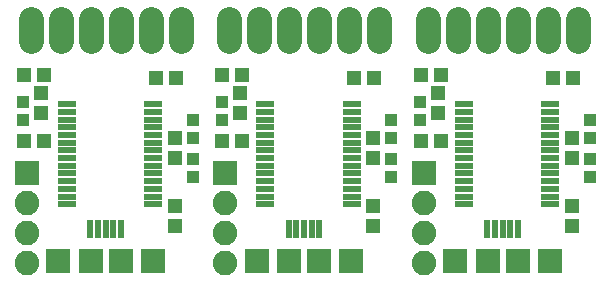
<source format=gts>
G75*
%MOIN*%
%OFA0B0*%
%FSLAX24Y24*%
%IPPOS*%
%LPD*%
%AMOC8*
5,1,8,0,0,1.08239X$1,22.5*
%
%ADD10C,0.0820*%
%ADD11R,0.0820X0.0820*%
%ADD12C,0.0820*%
%ADD13R,0.0513X0.0474*%
%ADD14R,0.0474X0.0513*%
%ADD15R,0.0395X0.0395*%
%ADD16R,0.0218X0.0631*%
%ADD17R,0.0789X0.0828*%
%ADD18R,0.0828X0.0828*%
%ADD19R,0.0630X0.0217*%
D10*
X000905Y008538D02*
X000905Y009278D01*
X001905Y009278D02*
X001905Y008538D01*
X002905Y008538D02*
X002905Y009278D01*
X003905Y009278D02*
X003905Y008538D01*
X004905Y008538D02*
X004905Y009278D01*
X005905Y009278D02*
X005905Y008538D01*
X007520Y008538D02*
X007520Y009278D01*
X008520Y009278D02*
X008520Y008538D01*
X009520Y008538D02*
X009520Y009278D01*
X010520Y009278D02*
X010520Y008538D01*
X011520Y008538D02*
X011520Y009278D01*
X012520Y009278D02*
X012520Y008538D01*
X014134Y008538D02*
X014134Y009278D01*
X015134Y009278D02*
X015134Y008538D01*
X016134Y008538D02*
X016134Y009278D01*
X017134Y009278D02*
X017134Y008538D01*
X018134Y008538D02*
X018134Y009278D01*
X019134Y009278D02*
X019134Y008538D01*
D11*
X014003Y004154D03*
X007389Y004154D03*
X000774Y004154D03*
D12*
X000774Y001154D03*
X000774Y002154D03*
X000774Y003154D03*
X007389Y003154D03*
X007389Y002154D03*
X007389Y001154D03*
X014003Y001154D03*
X014003Y002154D03*
X014003Y003154D03*
D13*
X013897Y005228D03*
X014566Y005228D03*
X012352Y007328D03*
X011683Y007328D03*
X013897Y007428D03*
X014566Y007428D03*
X018297Y007328D03*
X018966Y007328D03*
X007952Y007428D03*
X007283Y007428D03*
X005738Y007328D03*
X005069Y007328D03*
X007283Y005228D03*
X007952Y005228D03*
X001338Y005228D03*
X000669Y005228D03*
X000669Y007428D03*
X001338Y007428D03*
D14*
X001253Y006812D03*
X001253Y006143D03*
X005703Y005312D03*
X005703Y004643D03*
X005703Y003062D03*
X005703Y002393D03*
X012318Y002393D03*
X012318Y003062D03*
X012318Y004643D03*
X012318Y005312D03*
X014482Y006143D03*
X014482Y006812D03*
X018932Y005312D03*
X018932Y004643D03*
X018932Y003062D03*
X018932Y002393D03*
X007868Y006143D03*
X007868Y006812D03*
D15*
X007268Y006523D03*
X007268Y005932D03*
X006303Y005923D03*
X006303Y005332D03*
X006303Y004623D03*
X006303Y004032D03*
X000653Y005932D03*
X000653Y006523D03*
X012918Y005923D03*
X012918Y005332D03*
X013882Y005932D03*
X013882Y006523D03*
X012918Y004623D03*
X012918Y004032D03*
X019532Y004032D03*
X019532Y004623D03*
X019532Y005332D03*
X019532Y005923D03*
D16*
X017144Y002271D03*
X016888Y002271D03*
X016632Y002271D03*
X016376Y002271D03*
X016120Y002271D03*
X010529Y002271D03*
X010274Y002271D03*
X010018Y002271D03*
X009762Y002271D03*
X009506Y002271D03*
X003915Y002271D03*
X003659Y002271D03*
X003403Y002271D03*
X003148Y002271D03*
X002892Y002271D03*
D17*
X001829Y001228D03*
X004978Y001228D03*
X008443Y001228D03*
X011592Y001228D03*
X015057Y001228D03*
X018207Y001228D03*
D18*
X017132Y001228D03*
X016132Y001228D03*
X010518Y001228D03*
X009518Y001228D03*
X003903Y001228D03*
X002903Y001228D03*
D19*
X002114Y003114D03*
X002114Y003370D03*
X002114Y003626D03*
X002114Y003882D03*
X002114Y004138D03*
X002114Y004394D03*
X002114Y004650D03*
X002114Y004906D03*
X002114Y005161D03*
X002114Y005417D03*
X002114Y005673D03*
X002114Y005929D03*
X002114Y006185D03*
X002114Y006441D03*
X004993Y006441D03*
X004993Y006185D03*
X004993Y005929D03*
X004993Y005673D03*
X004993Y005417D03*
X004993Y005161D03*
X004993Y004906D03*
X004993Y004650D03*
X004993Y004394D03*
X004993Y004138D03*
X004993Y003882D03*
X004993Y003626D03*
X004993Y003370D03*
X004993Y003114D03*
X008728Y003114D03*
X008728Y003370D03*
X008728Y003626D03*
X008728Y003882D03*
X008728Y004138D03*
X008728Y004394D03*
X008728Y004650D03*
X008728Y004906D03*
X008728Y005161D03*
X008728Y005417D03*
X008728Y005673D03*
X008728Y005929D03*
X008728Y006185D03*
X008728Y006441D03*
X011607Y006441D03*
X011607Y006185D03*
X011607Y005929D03*
X011607Y005673D03*
X011607Y005417D03*
X011607Y005161D03*
X011607Y004906D03*
X011607Y004650D03*
X011607Y004394D03*
X011607Y004138D03*
X011607Y003882D03*
X011607Y003626D03*
X011607Y003370D03*
X011607Y003114D03*
X015342Y003114D03*
X015342Y003370D03*
X015342Y003626D03*
X015342Y003882D03*
X015342Y004138D03*
X015342Y004394D03*
X015342Y004650D03*
X015342Y004906D03*
X015342Y005161D03*
X015342Y005417D03*
X015342Y005673D03*
X015342Y005929D03*
X015342Y006185D03*
X015342Y006441D03*
X018221Y006441D03*
X018221Y006185D03*
X018221Y005929D03*
X018221Y005673D03*
X018221Y005417D03*
X018221Y005161D03*
X018221Y004906D03*
X018221Y004650D03*
X018221Y004394D03*
X018221Y004138D03*
X018221Y003882D03*
X018221Y003626D03*
X018221Y003370D03*
X018221Y003114D03*
M02*

</source>
